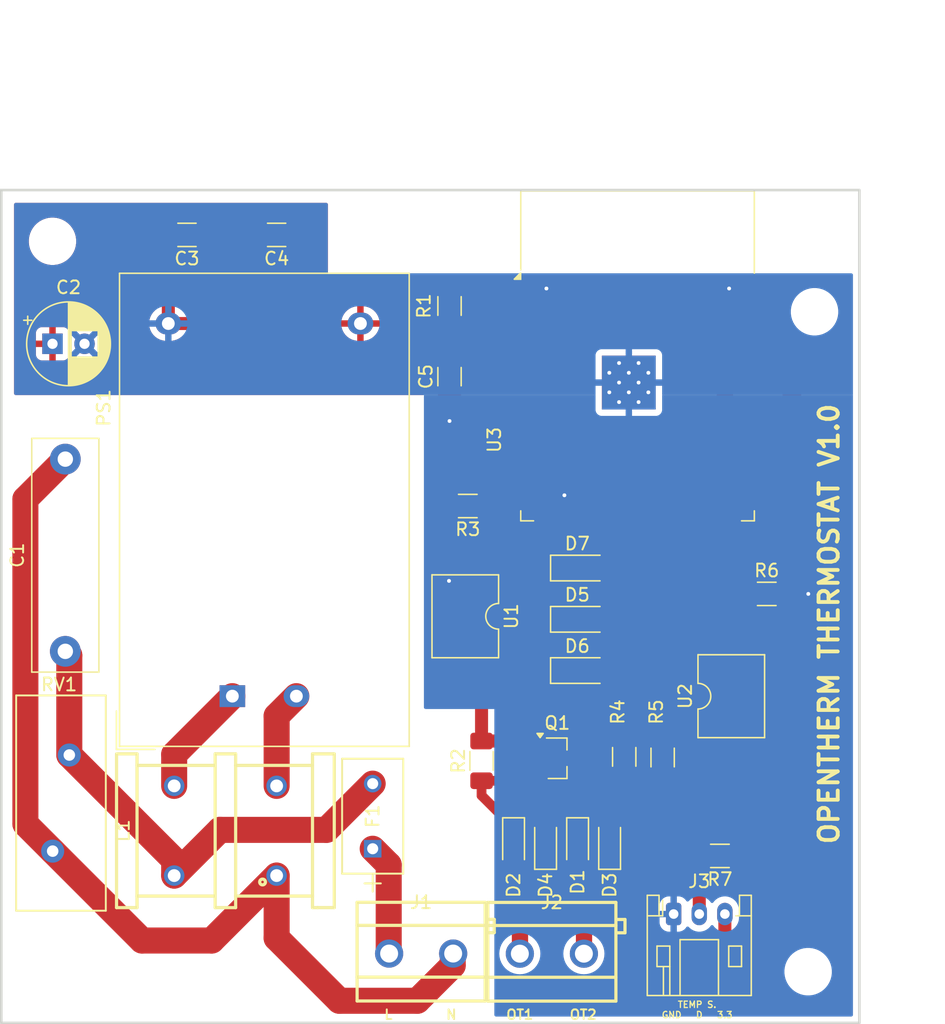
<source format=kicad_pcb>
(kicad_pcb (version 20240108) (generator "pcbnew") (generator_version "8.0")
  (layers (0 "F.Cu" signal) (31 "B.Cu" signal) (34 "B.Paste" user) (35 "F.Paste" user) (36 "B.SilkS" user "B.Silkscreen") (37 "F.SilkS" user "F.Silkscreen") (38 "B.Mask" user) (39 "F.Mask" user) (44 "Edge.Cuts" user))
  (net 0 "")
  (net 1 "NEUT")
  (net 2 "Net-(C1-Pad1)")
  (net 3 "+3.3V")
  (net 4 "GND")
  (net 5 "Net-(U3-EN)")
  (net 6 "Net-(D1-K)")
  (net 7 "OT2")
  (net 8 "OT1")
  (net 9 "Net-(D3-A)")
  (net 10 "Net-(D5-K)")
  (net 11 "Net-(D6-K)")
  (net 12 "Net-(D7-K)")
  (net 13 "LINE")
  (net 14 "Net-(PS1-AC{slash}N)")
  (net 15 "Net-(PS1-AC{slash}L)")
  (net 16 "Net-(R3-Pad1)")
  (net 17 "Net-(R4-Pad2)")
  (net 48 "TEMP")
  (net 49 "OT OUT")
  (net 50 "OT IN")
  (footprint "Capacitor_THT:C_Rect_L18.0mm_W5.0mm_P15.00mm_FKS3_FKP3" (layer "F.Cu") (at 83 85 90)
    (property "Reference" "C1" (at 7.5 -3.75 90) (layer "F.SilkS"))
    (property "Value" "100nF" (hide yes))
    (pad "1" thru_hole circle (at 0 0 90) (size 2.4 2.4) (drill 1.2) (layers "*.Cu" "*.Mask") (net 2 "Net-(C1-Pad1)"))
    (pad "2" thru_hole circle (at 15 0 90) (size 2.4 2.4) (drill 1.2) (layers "*.Cu" "*.Mask") (net 1 "NEUT"))
  )
  (footprint "Diode_SMD:D_SOD-123F" (layer "F.Cu") (at 123.1 86.5)
    (property "Reference" "D6" (at -0.127 -1.905 0) (layer "F.SilkS"))
    (property "Value" "15V" (hide yes))
    (pad "1" smd roundrect (at -1.4 0) (size 1.1 1.1) (layers "F.Cu" "F.Paste" "F.Mask") (roundrect_rratio 0.2272727273) (net 11 "Net-(D6-K)"))
    (pad "2" smd roundrect (at 1.4 0) (size 1.1 1.1) (layers "F.Cu" "F.Paste" "F.Mask") (roundrect_rratio 0.2272727273) (net 9 "Net-(D3-A)"))
  )
  (footprint "Converter_ACDC:Converter_ACDC_Hi-Link_HLK-PMxx" (layer "F.Cu") (at 96.0425 88.4975 90)
    (property "Reference" "PS1" (at 22.4975 -10.0425 90) (layer "F.SilkS"))
    (property "Value" "HLK-PM03" (hide yes))
    (pad "1" thru_hole rect (at 0 0 90) (size 1.7 2) (drill 1) (layers "*.Cu" "*.Mask") (net 15 "Net-(PS1-AC{slash}L)"))
    (pad "2" thru_hole oval (at 0 5 90) (size 1.7 2) (drill 1) (layers "*.Cu" "*.Mask") (net 14 "Net-(PS1-AC{slash}N)"))
    (pad "3" thru_hole oval (at 29.08 -5 90) (size 1.7 2) (drill 1) (layers "*.Cu" "*.Mask") (net 4 "GND"))
    (pad "4" thru_hole oval (at 29.08 10 90) (size 1.7 2) (drill 1) (layers "*.Cu" "*.Mask") (net 3 "+3.3V"))
  )
  (footprint "Capacitor_SMD:C_1206_3216Metric_Pad1.33x1.80mm_HandSolder" (layer "F.Cu") (at 99.5 52.5 180)
    (property "Reference" "C4" (at 0 -1.85 0) (layer "F.SilkS"))
    (property "Value" "100nF" (hide yes))
    (pad "1" smd roundrect (at -1.5625 0 180) (size 1.325 1.8) (layers "F.Cu" "F.Paste" "F.Mask") (roundrect_rratio 0.188679) (net 3 "+3.3V"))
    (pad "2" smd roundrect (at 1.5625 0 180) (size 1.325 1.8) (layers "F.Cu" "F.Paste" "F.Mask") (roundrect_rratio 0.188679) (net 4 "GND"))
  )
  (footprint "my_lib:FUS_CB_SS-5" (layer "F.Cu") (at 107 100.405 90)
    (property "Reference" "F1" (at 2.54 0 90) (layer "F.SilkS"))
    (property "Value" "SS-5-1A-BK" (hide yes))
    (pad "1" thru_hole rect (at 0 0 90) (size 1.3716 1.3716) (drill 0.8636) (layers "*.Cu" "*.Mask") (net 13 "LINE"))
    (pad "2" thru_hole circle (at 5.08 0 90) (size 1.3716 1.3716) (drill 0.8636) (layers "*.Cu" "*.Mask") (net 2 "Net-(C1-Pad1)"))
  )
  (footprint "Diode_SMD:D_SOD-323_HandSoldering" (layer "F.Cu") (at 118 100 -90)
    (property "Reference" "D2" (at 3.25 0 90) (layer "F.SilkS"))
    (property "Value" "1N4148WS" (hide yes))
    (pad "1" smd roundrect (at -1.25 0 270) (size 1 1) (layers "F.Cu" "F.Paste" "F.Mask") (net 6 "Net-(D1-K)"))
    (pad "2" smd roundrect (at 1.25 0 270) (size 1 1) (layers "F.Cu" "F.Paste" "F.Mask") (net 8 "OT1"))
  )
  (footprint "Diode_SMD:D_SOD-123F" (layer "F.Cu") (at 123.1 78.5)
    (property "Reference" "D7" (at -0.127 -1.905 0) (layer "F.SilkS"))
    (property "Value" "4.3V" (hide yes))
    (pad "1" smd roundrect (at -1.4 0) (size 1.1 1.1) (layers "F.Cu" "F.Paste" "F.Mask") (roundrect_rratio 0.2272727273) (net 12 "Net-(D7-K)"))
    (pad "2" smd roundrect (at 1.4 0) (size 1.1 1.1) (layers "F.Cu" "F.Paste" "F.Mask") (roundrect_rratio 0.2272727273) (net 9 "Net-(D3-A)"))
  )
  (footprint "MountingHole:MountingHole_3.2mm_M3_DIN965" (layer "F.Cu") (at 141.5 58.5)
    (property "Reference" "H2" (hide yes))
    (property "Value" "MountingHole" (hide yes))
    (pad "" np_thru_hole circle (at 0 0) (size 3.2 3.2) (drill 3.2) (layers "*.Cu" "*.Mask"))
  )
  (footprint "Diode_SMD:D_SOD-123F" (layer "F.Cu") (at 123.1 82.5)
    (property "Reference" "D5" (at -0.127 -1.905 0) (layer "F.SilkS"))
    (property "Value" "4.7V" (hide yes))
    (pad "1" smd roundrect (at -1.4 0) (size 1.1 1.1) (layers "F.Cu" "F.Paste" "F.Mask") (roundrect_rratio 0.2272727273) (net 10 "Net-(D5-K)"))
    (pad "2" smd roundrect (at 1.4 0) (size 1.1 1.1) (layers "F.Cu" "F.Paste" "F.Mask") (roundrect_rratio 0.2272727273) (net 9 "Net-(D3-A)"))
  )
  (footprint "Capacitor_SMD:C_1206_3216Metric_Pad1.33x1.80mm_HandSolder" (layer "F.Cu") (at 92.5 52.5 180)
    (property "Reference" "C3" (at 0 -1.85 0) (layer "F.SilkS"))
    (property "Value" "10uF" (hide yes))
    (pad "1" smd roundrect (at -1.5625 0 180) (size 1.325 1.8) (layers "F.Cu" "F.Paste" "F.Mask") (roundrect_rratio 0.188679) (net 3 "+3.3V"))
    (pad "2" smd roundrect (at 1.5625 0 180) (size 1.325 1.8) (layers "F.Cu" "F.Paste" "F.Mask") (roundrect_rratio 0.188679) (net 4 "GND"))
  )
  (footprint "Package_DIP:SMDIP-4_W9.53mm" (layer "F.Cu") (at 114.23 82.265 -90)
    (property "Reference" "U1" (at 0 -3.6 90) (layer "F.SilkS"))
    (property "Value" "LTV-817S" (hide yes))
    (pad "1" smd rect (at -4.765 -1.27 270) (size 2 1.78) (layers "F.Cu" "F.Paste" "F.Mask") (net 16 "Net-(R3-Pad1)"))
    (pad "2" smd rect (at -4.765 1.27 270) (size 2 1.78) (layers "F.Cu" "F.Paste" "F.Mask") (net 4 "GND"))
    (pad "3" smd rect (at 4.765 1.27 270) (size 2 1.78) (layers "F.Cu" "F.Paste" "F.Mask") (net 12 "Net-(D7-K)"))
    (pad "4" smd rect (at 4.765 -1.27 270) (size 2 1.78) (layers "F.Cu" "F.Paste" "F.Mask") (net 11 "Net-(D6-K)"))
  )
  (footprint "my_lib:CONN-TH_P5.00_KF301-5.0-2P" (layer "F.Cu") (at 120.991 108.595)
    (property "Reference" "J2" (at 0 -4 0) (layer "F.SilkS"))
    (property "Value" "KF301-5.0-2P")
    (pad "1" thru_hole circle (at -2.5 0) (size 2.2 2.2) (drill 1.399997) (layers "*.Cu" "*.Mask") (net 8 "OT1"))
    (pad "2" thru_hole circle (at 2.5 0) (size 2.2 2.2) (drill 1.399997) (layers "*.Cu" "*.Mask") (net 7 "OT2"))
  )
  (footprint "Package_DIP:SMDIP-4_W9.53mm" (layer "F.Cu") (at 135 88.5 90)
    (property "Reference" "U2" (at 0 -3.6 90) (layer "F.SilkS"))
    (property "Value" "LTV-817S" (hide yes))
    (pad "1" smd rect (at -4.765 -1.27 90) (size 2 1.78) (layers "F.Cu" "F.Paste" "F.Mask") (net 17 "Net-(R4-Pad2)"))
    (pad "2" smd rect (at -4.765 1.27 90) (size 2 1.78) (layers "F.Cu" "F.Paste" "F.Mask") (net 9 "Net-(D3-A)"))
    (pad "3" smd rect (at 4.765 1.27 90) (size 2 1.78) (layers "F.Cu" "F.Paste" "F.Mask") (net 50 "OT IN"))
    (pad "4" smd rect (at 4.765 -1.27 90) (size 2 1.78) (layers "F.Cu" "F.Paste" "F.Mask") (net 3 "+3.3V"))
  )
  (footprint "Varistor:RV_Disc_D16.5mm_W6.7mm_P7.5mm" (layer "F.Cu") (at 83.312 93.091 -90)
    (property "Reference" "RV1" (at -5.5 0.8 0) (layer "F.SilkS"))
    (property "Value" "470V" (hide yes))
    (pad "1" thru_hole circle (at 0 0 270) (size 1.8 1.8) (drill 0.9) (layers "*.Cu" "*.Mask") (net 2 "Net-(C1-Pad1)"))
    (pad "2" thru_hole circle (at 7.5 1.3 270) (size 1.8 1.8) (drill 0.9) (layers "*.Cu" "*.Mask") (net 1 "NEUT"))
  )
  (footprint "my_lib:CONN-TH_P5.00_KF301-5.0-2P" (layer "F.Cu") (at 110.784 108.585)
    (property "Reference" "J1" (at 0 -4 0) (layer "F.SilkS"))
    (property "Value" "KF301-5.0-2P")
    (pad "1" thru_hole circle (at -2.5 0) (size 2.2 2.2) (drill 1.399997) (layers "*.Cu" "*.Mask") (net 13 "LINE"))
    (pad "2" thru_hole circle (at 2.5 0) (size 2.2 2.2) (drill 1.399997) (layers "*.Cu" "*.Mask") (net 1 "NEUT"))
  )
  (footprint "Resistor_SMD:R_1206_3216Metric_Pad1.30x1.75mm_HandSolder" (layer "F.Cu") (at 126.64 93.235 -90)
    (property "Reference" "R4" (at -3.5 0.5 90) (layer "F.SilkS"))
    (property "Value" "220" (hide yes))
    (pad "1" smd roundrect (at -1.55 0 270) (size 1.3 1.75) (layers "F.Cu" "F.Paste" "F.Mask") (roundrect_rratio 0.192308) (net 10 "Net-(D5-K)"))
    (pad "2" smd roundrect (at 1.55 0 270) (size 1.3 1.75) (layers "F.Cu" "F.Paste" "F.Mask") (roundrect_rratio 0.192308) (net 17 "Net-(R4-Pad2)"))
  )
  (footprint "MountingHole:MountingHole_3.2mm_M3_DIN965" (layer "F.Cu") (at 82 110)
    (property "Reference" "H1" (hide yes))
    (property "Value" "MountingHole" (hide yes))
    (pad "" np_thru_hole circle (at 0 0) (size 3.2 3.2) (drill 3.2) (layers "*.Cu" "*.Mask"))
  )
  (footprint "RF_Module:ESP32-WROOM-32" (layer "F.Cu") (at 127.68 64.935)
    (property "Reference" "U3" (at -11.18 3.565 90) (layer "F.SilkS"))
    (property "Value" "ESP32-WROOM-32" (hide yes))
    (pad "1" smd rect (at -8.75 -8.25) (size 1.5 0.9) (layers "F.Cu" "F.Paste" "F.Mask") (net 4 "GND"))
    (pad "2" smd rect (at -8.75 -6.98) (size 1.5 0.9) (layers "F.Cu" "F.Paste" "F.Mask") (net 3 "+3.3V"))
    (pad "3" smd rect (at -8.75 -5.71) (size 1.5 0.9) (layers "F.Cu" "F.Paste" "F.Mask") (net 5 "Net-(U3-EN)"))
    (pad "4" smd rect (at -8.75 -4.44) (size 1.5 0.9) (layers "F.Cu" "F.Paste" "F.Mask"))
    (pad "5" smd rect (at -8.75 -3.17) (size 1.5 0.9) (layers "F.Cu" "F.Paste" "F.Mask"))
    (pad "6" smd rect (at -8.75 -1.9) (size 1.5 0.9) (layers "F.Cu" "F.Paste" "F.Mask"))
    (pad "7" smd rect (at -8.75 -0.63) (size 1.5 0.9) (layers "F.Cu" "F.Paste" "F.Mask"))
    (pad "8" smd rect (at -8.75 0.64) (size 1.5 0.9) (layers "F.Cu" "F.Paste" "F.Mask"))
    (pad "9" smd rect (at -8.75 1.91) (size 1.5 0.9) (layers "F.Cu" "F.Paste" "F.Mask"))
    (pad "10" smd rect (at -8.75 3.18) (size 1.5 0.9) (layers "F.Cu" "F.Paste" "F.Mask"))
    (pad "11" smd rect (at -8.75 4.45) (size 1.5 0.9) (layers "F.Cu" "F.Paste" "F.Mask") (net 49 "OT OUT"))
    (pad "12" smd rect (at -8.75 5.72) (size 1.5 0.9) (layers "F.Cu" "F.Paste" "F.Mask"))
    (pad "13" smd rect (at -8.75 6.99) (size 1.5 0.9) (layers "F.Cu" "F.Paste" "F.Mask"))
    (pad "14" smd rect (at -8.75 8.26) (size 1.5 0.9) (layers "F.Cu" "F.Paste" "F.Mask"))
    (pad "15" smd rect (at -5.71 9.51 90) (size 1.5 0.9) (layers "F.Cu" "F.Paste" "F.Mask") (net 4 "GND"))
    (pad "16" smd rect (at -4.44 9.51 90) (size 1.5 0.9) (layers "F.Cu" "F.Paste" "F.Mask"))
    (pad "17" smd rect (at -3.17 9.51 90) (size 1.5 0.9) (layers "F.Cu" "F.Paste" "F.Mask"))
    (pad "18" smd rect (at -1.9 9.51 90) (size 1.5 0.9) (layers "F.Cu" "F.Paste" "F.Mask"))
    (pad "19" smd rect (at -0.63 9.51 90) (size 1.5 0.9) (layers "F.Cu" "F.Paste" "F.Mask"))
    (pad "20" smd rect (at 0.64 9.51 90) (size 1.5 0.9) (layers "F.Cu" "F.Paste" "F.Mask"))
    (pad "21" smd rect (at 1.91 9.51 90) (size 1.5 0.9) (layers "F.Cu" "F.Paste" "F.Mask"))
    (pad "22" smd rect (at 3.18 9.51 90) (size 1.5 0.9) (layers "F.Cu" "F.Paste" "F.Mask"))
    (pad "23" smd rect (at 4.45 9.51 90) (size 1.5 0.9) (layers "F.Cu" "F.Paste" "F.Mask"))
    (pad "24" smd rect (at 5.72 9.51 90) (size 1.5 0.9) (layers "F.Cu" "F.Paste" "F.Mask"))
    (pad "25" smd rect (at 8.75 8.26) (size 1.5 0.9) (layers "F.Cu" "F.Paste" "F.Mask"))
    (pad "26" smd rect (at 8.75 6.99) (size 1.5 0.9) (layers "F.Cu" "F.Paste" "F.Mask"))
    (pad "27" smd rect (at 8.75 5.72) (size 1.5 0.9) (layers "F.Cu" "F.Paste" "F.Mask"))
    (pad "28" smd rect (at 8.75 4.45) (size 1.5 0.9) (layers "F.Cu" "F.Paste" "F.Mask"))
    (pad "29" smd rect (at 8.75 3.18) (size 1.5 0.9) (layers "F.Cu" "F.Paste" "F.Mask"))
    (pad "30" smd rect (at 8.75 1.91) (size 1.5 0.9) (layers "F.Cu" "F.Paste" "F.Mask") (net 50 "OT IN"))
    (pad "31" smd rect (at 8.75 0.64) (size 1.5 0.9) (layers "F.Cu" "F.Paste" "F.Mask"))
    (pad "32" smd rect (at 8.75 -0.63) (size 1.5 0.9) (layers "F.Cu" "F.Paste" "F.Mask"))
    (pad "33" smd rect (at 8.75 -1.9) (size 1.5 0.9) (layers "F.Cu" "F.Paste" "F.Mask") (net 48 "TEMP"))
    (pad "34" smd rect (at 8.75 -3.17) (size 1.5 0.9) (layers "F.Cu" "F.Paste" "F.Mask"))
    (pad "35" smd rect (at 8.75 -4.44) (size 1.5 0.9) (layers "F.Cu" "F.Paste" "F.Mask"))
    (pad "36" smd rect (at 8.75 -5.71) (size 1.5 0.9) (layers "F.Cu" "F.Paste" "F.Mask"))
    (pad "37" smd rect (at 8.75 -6.98) (size 1.5 0.9) (layers "F.Cu" "F.Paste" "F.Mask"))
    (pad "38" smd rect (at 8.75 -8.25) (size 1.5 0.9) (layers "F.Cu" "F.Paste" "F.Mask") (net 4 "GND"))
    (pad "39" smd rect (at -2.205 -2.435) (size 1.05 1.05) (layers "*.Paste" "F.Cu") (net 4 "GND"))
    (pad "39" thru_hole circle (at -2.205 -1.6725) (size 0.6 0.6) (drill 0.3) (property pad_prop_heatsink) (layers "*.Cu" "*.Mask") (net 4 "GND"))
    (pad "39" smd rect (at -2.205 -0.91) (size 1.05 1.05) (layers "*.Paste" "F.Cu") (net 4 "GND"))
    (pad "39" thru_hole circle (at -2.205 -0.1475) (size 0.6 0.6) (drill 0.3) (property pad_prop_heatsink) (layers "*.Cu" "*.Mask") (net 4 "GND"))
    (pad "39" smd rect (at -2.205 0.615) (size 1.05 1.05) (layers "*.Paste" "F.Cu") (net 4 "GND"))
    (pad "39" thru_hole circle (at -1.4425 -2.435) (size 0.6 0.6) (drill 0.3) (property pad_prop_heatsink) (layers "*.Cu" "F.Mask") (net 4 "GND"))
    (pad "39" thru_hole circle (at -1.4425 -0.91) (size 0.6 0.6) (drill 0.3) (property pad_prop_heatsink) (layers "*.Cu" "*.Mask") (net 4 "GND"))
    (pad "39" thru_hole circle (at -1.4425 0.615) (size 0.6 0.6) (drill 0.3) (property pad_prop_heatsink) (layers "*.Cu" "*.Mask") (net 4 "GND"))
    (pad "39" smd rect (at -0.68 -2.435) (size 1.05 1.05) (layers "*.Paste" "F.Cu") (net 4 "GND"))
    (pad "39" thru_hole circle (at -0.68 -1.6725) (size 0.6 0.6) (drill 0.3) (property pad_prop_heatsink) (layers "*.Cu" "*.Mask") (net 4 "GND"))
    (pad "39" smd rect (at -0.68 -0.91) (size 1.05 1.05) (layers "*.Paste" "F.Cu") (net 4 "GND"))
    (pad "39" smd rect (at -0.68 -0.91) (size 4.2 4.2) (layers "*.Mask" "F.Cu") (net 4 "GND"))
    (pad "39" smd rect (at -0.68 -0.91) (size 4.2 4.2) (layers "*.Mask" "B.Cu") (net 4 "GND"))
    (pad "39" thru_hole circle (at -0.68 -0.1475) (size 0.6 0.6) (drill 0.3) (property pad_prop_heatsink) (layers "*.Cu" "*.Mask") (net 4 "GND"))
    (pad "39" smd rect (at -0.68 0.615) (size 1.05 1.05) (layers "*.Paste" "F.Cu") (net 4 "GND"))
    (pad "39" thru_hole circle (at 0.0825 -2.435) (size 0.6 0.6) (drill 0.3) (property pad_prop_heatsink) (layers "*.Cu" "*.Mask") (net 4 "GND"))
    (pad "39" thru_hole circle (at 0.0825 -0.91) (size 0.6 0.6) (drill 0.3) (property pad_prop_heatsink) (layers "*.Cu" "*.Mask") (net 4 "GND"))
    (pad "39" thru_hole circle (at 0.0825 0.615) (size 0.6 0.6) (drill 0.3) (property pad_prop_heatsink) (layers "*.Cu" "*.Mask") (net 4 "GND"))
    (pad "39" smd rect (at 0.845 -2.435) (size 1.05 1.05) (layers "*.Paste" "F.Cu") (net 4 "GND"))
    (pad "39" thru_hole circle (at 0.845 -1.6725) (size 0.6 0.6) (drill 0.3) (property pad_prop_heatsink) (layers "*.Cu" "*.Mask") (net 4 "GND"))
    (pad "39" smd rect (at 0.845 -0.91) (size 1.05 1.05) (layers "*.Paste" "F.Cu") (net 4 "GND"))
    (pad "39" thru_hole circle (at 0.845 -0.1475) (size 0.6 0.6) (drill 0.3) (property pad_prop_heatsink) (layers "*.Cu" "*.Mask") (net 4 "GND"))
    (pad "39" smd rect (at 0.845 0.615) (size 1.05 1.05) (layers "*.Paste" "F.Cu") (net 4 "GND"))
    (zone (net 0) (net_name "") (layers "F.Cu" "In1.Cu" "B.Cu") (connect_pads (clearance 0)) (min_thickness 0.254)
      (keepout (tracks not_allowed) (vias not_allowed) (pads not_allowed) (copperpour not_allowed) (footprints not_allowed))
      (fill (thermal_gap 0.508) (thermal_bridge_width 0.508))
      (polygon (pts (xy 103.68 55.135) (xy 151.68 55.135) (xy 151.68 34.195) (xy 103.68 34.195)))
    )
  )
  (footprint "MountingHole:MountingHole_3.2mm_M3_DIN965" (layer "F.Cu") (at 141 110)
    (property "Reference" "H3" (hide yes))
    (property "Value" "MountingHole" (hide yes))
    (pad "" np_thru_hole circle (at 0 0) (size 3.2 3.2) (drill 3.2) (layers "*.Cu" "*.Mask"))
  )
  (footprint "Connector_JST:JST_PH_S3B-PH-K_1x03_P2.00mm_Horizontal" (layer "F.Cu") (at 130.5 105.5)
    (property "Reference" "J3" (at 2 -2.55 0) (layer "F.SilkS"))
    (property "Value" "TEMP S.")
    (pad "1" thru_hole roundrect (at 0 0) (size 1.2 1.75) (drill 0.75) (layers "*.Cu" "*.Mask") (roundrect_rratio 0.208333) (net 4 "GND"))
    (pad "2" thru_hole oval (at 2 0) (size 1.2 1.75) (drill 0.75) (layers "*.Cu" "*.Mask") (net 48 "TEMP"))
    (pad "3" thru_hole oval (at 4 0) (size 1.2 1.75) (drill 0.75) (layers "*.Cu" "*.Mask") (net 3 "+3.3V"))
  )
  (footprint "Diode_SMD:D_SOD-323_HandSoldering" (layer "F.Cu") (at 120.5 100 90)
    (property "Reference" "D4" (at -3.25 0 90) (layer "F.SilkS"))
    (property "Value" "1N4148WS" (hide yes))
    (pad "1" smd roundrect (at -1.25 0 90) (size 1 1) (layers "F.Cu" "F.Paste" "F.Mask") (net 8 "OT1"))
    (pad "2" smd roundrect (at 1.25 0 90) (size 1 1) (layers "F.Cu" "F.Paste" "F.Mask") (net 9 "Net-(D3-A)"))
  )
  (footprint "Resistor_SMD:R_1206_3216Metric_Pad1.30x1.75mm_HandSolder" (layer "F.Cu") (at 114.427 73.66 180)
    (property "Reference" "R3" (at 0 -1.82 0) (layer "F.SilkS"))
    (property "Value" "330" (hide yes))
    (pad "1" smd roundrect (at -1.55 0 180) (size 1.3 1.75) (layers "F.Cu" "F.Paste" "F.Mask") (roundrect_rratio 0.192308) (net 16 "Net-(R3-Pad1)"))
    (pad "2" smd roundrect (at 1.55 0 180) (size 1.3 1.75) (layers "F.Cu" "F.Paste" "F.Mask") (roundrect_rratio 0.192308) (net 49 "OT OUT"))
  )
  (footprint "Resistor_SMD:R_1206_3216Metric_Pad1.30x1.75mm_HandSolder" (layer "F.Cu") (at 137.769 80.518)
    (property "Reference" "R6" (at 0 -1.82 0) (layer "F.SilkS"))
    (property "Value" "1.5k" (hide yes))
    (pad "1" smd roundrect (at -1.55 0) (size 1.3 1.75) (layers "F.Cu" "F.Paste" "F.Mask") (roundrect_rratio 0.192308) (net 50 "OT IN"))
    (pad "2" smd roundrect (at 1.55 0) (size 1.3 1.75) (layers "F.Cu" "F.Paste" "F.Mask") (roundrect_rratio 0.192308) (net 4 "GND"))
  )
  (footprint "Package_TO_SOT_SMD:SOT-23_Handsoldering" (layer "F.Cu") (at 121.412 93.345)
    (property "Reference" "Q1" (at 0 -2.75 0) (layer "F.SilkS"))
    (property "Value" "BC858")
    (pad "1" smd roundrect (at -1.5 -0.95) (size 1.9 0.8) (layers "F.Cu" "F.Paste" "F.Mask") (net 11 "Net-(D6-K)"))
    (pad "2" smd roundrect (at -1.5 0.95) (size 1.9 0.8) (layers "F.Cu" "F.Paste" "F.Mask") (net 6 "Net-(D1-K)"))
    (pad "3" smd roundrect (at 1.5 0) (size 1.9 0.8) (layers "F.Cu" "F.Paste" "F.Mask") (net 10 "Net-(D5-K)"))
  )
  (footprint "Resistor_SMD:R_1206_3216Metric_Pad1.30x1.75mm_HandSolder" (layer "F.Cu") (at 129.64 93.285 90)
    (property "Reference" "R5" (at 3.55 -0.5 90) (layer "F.SilkS"))
    (property "Value" "100" (hide yes))
    (pad "1" smd roundrect (at -1.55 0 90) (size 1.3 1.75) (layers "F.Cu" "F.Paste" "F.Mask") (roundrect_rratio 0.192308) (net 17 "Net-(R4-Pad2)"))
    (pad "2" smd roundrect (at 1.55 0 90) (size 1.3 1.75) (layers "F.Cu" "F.Paste" "F.Mask") (roundrect_rratio 0.192308) (net 9 "Net-(D3-A)"))
  )
  (footprint "Diode_SMD:D_SOD-323_HandSoldering" (layer "F.Cu") (at 123 100 -90)
    (property "Reference" "D1" (at 3 0 90) (layer "F.SilkS"))
    (property "Value" "1N4148WS" (hide yes))
    (pad "1" smd roundrect (at -1.25 0 270) (size 1 1) (layers "F.Cu" "F.Paste" "F.Mask") (net 6 "Net-(D1-K)"))
    (pad "2" smd roundrect (at 1.25 0 270) (size 1 1) (layers "F.Cu" "F.Paste" "F.Mask") (net 7 "OT2"))
  )
  (footprint "Resistor_SMD:R_1206_3216Metric_Pad1.30x1.75mm_HandSolder" (layer "F.Cu") (at 134.112 100.965 180)
    (property "Reference" "R7" (at 0 -1.82 0) (layer "F.SilkS"))
    (property "Value" "4.7k")
    (pad "1" smd roundrect (at -1.55 0 180) (size 1.3 1.75) (layers "F.Cu" "F.Paste" "F.Mask") (roundrect_rratio 0.192308) (net 3 "+3.3V"))
    (pad "2" smd roundrect (at 1.55 0 180) (size 1.3 1.75) (layers "F.Cu" "F.Paste" "F.Mask") (roundrect_rratio 0.192308) (net 48 "TEMP"))
  )
  (footprint "my_lib:FILTER-TH_4P-L17.0-W12.0-P7.00-D0.6-S8.00-1" (layer "F.Cu") (at 95.5 99 90)
    (property "Reference" "L1" (at 0 -8 90) (layer "F.SilkS"))
    (property "Value" "PDUUAT98-203MLN")
    (pad "1" thru_hole circle (at -3.5 4 90) (size 1.6 1.6) (drill 0.999998) (layers "*.Cu" "*.Mask") (net 1 "NEUT"))
    (pad "2" thru_hole circle (at -3.5 -4 90) (size 1.6 1.6) (drill 0.999998) (layers "*.Cu" "*.Mask") (net 2 "Net-(C1-Pad1)"))
    (pad "3" thru_hole circle (at 3.5 -4 90) (size 1.6 1.6) (drill 0.999998) (layers "*.Cu" "*.Mask") (net 15 "Net-(PS1-AC{slash}L)"))
    (pad "4" thru_hole circle (at 3.5 4 90) (size 1.6 1.6) (drill 0.999998) (layers "*.Cu" "*.Mask") (net 14 "Net-(PS1-AC{slash}N)"))
  )
  (footprint "MountingHole:MountingHole_3.2mm_M3_DIN965" (layer "F.Cu") (at 82 53)
    (property "Reference" "H4" (hide yes))
    (property "Value" "MountingHole" (hide yes))
    (pad "" np_thru_hole circle (at 0 0) (size 3.2 3.2) (drill 3.2) (layers "*.Cu" "*.Mask"))
  )
  (footprint "Capacitor_THT:CP_Radial_D6.3mm_P2.50mm" (layer "F.Cu") (at 82 61)
    (property "Reference" "C2" (at 1.25 -4.4 0) (layer "F.SilkS"))
    (property "Value" "220uF" (hide yes))
    (pad "1" thru_hole rect (at 0 0) (size 1.6 1.6) (drill 0.8) (layers "*.Cu" "*.Mask") (net 3 "+3.3V"))
    (pad "2" thru_hole circle (at 2.5 0) (size 1.6 1.6) (drill 0.8) (layers "*.Cu" "*.Mask") (net 4 "GND"))
  )
  (footprint "Resistor_SMD:R_1206_3216Metric_Pad1.30x1.75mm_HandSolder" (layer "F.Cu") (at 115.5 93.55 90)
    (property "Reference" "R2" (at 0 -1.82 90) (layer "F.SilkS"))
    (property "Value" "330" (hide yes))
    (pad "1" smd roundrect (at -1.55 0 90) (size 1.3 1.75) (layers "F.Cu" "F.Paste" "F.Mask") (roundrect_rratio 0.192308) (net 6 "Net-(D1-K)"))
    (pad "2" smd roundrect (at 1.55 0 90) (size 1.3 1.75) (layers "F.Cu" "F.Paste" "F.Mask") (roundrect_rratio 0.192308) (net 11 "Net-(D6-K)"))
  )
  (footprint "Capacitor_SMD:C_1206_3216Metric_Pad1.33x1.80mm_HandSolder" (layer "F.Cu") (at 113 63.5625 90)
    (property "Reference" "C5" (at 0 -1.85 90) (layer "F.SilkS"))
    (property "Value" "1uF" (hide yes))
    (pad "1" smd roundrect (at -1.5625 0 90) (size 1.325 1.8) (layers "F.Cu" "F.Paste" "F.Mask") (roundrect_rratio 0.188679) (net 4 "GND"))
    (pad "2" smd roundrect (at 1.5625 0 90) (size 1.325 1.8) (layers "F.Cu" "F.Paste" "F.Mask") (roundrect_rratio 0.188679) (net 5 "Net-(U3-EN)"))
  )
  (footprint "Diode_SMD:D_SOD-323_HandSoldering" (layer "F.Cu") (at 125.5 100 90)
    (property "Reference" "D3" (at -3.25 0 90) (layer "F.SilkS"))
    (property "Value" "1N4148WS" (hide yes))
    (pad "1" smd roundrect (at -1.25 0 90) (size 1 1) (layers "F.Cu" "F.Paste" "F.Mask") (net 7 "OT2"))
    (pad "2" smd roundrect (at 1.25 0 90) (size 1 1) (layers "F.Cu" "F.Paste" "F.Mask") (net 9 "Net-(D3-A)"))
  )
  (footprint "Resistor_SMD:R_1206_3216Metric_Pad1.30x1.75mm_HandSolder" (layer "F.Cu") (at 113 58.05 -90)
    (property "Reference" "R1" (at 0 2 90) (layer "F.SilkS"))
    (property "Value" "10k" (hide yes))
    (pad "1" smd roundrect (at -1.55 0 270) (size 1.3 1.75) (layers "F.Cu" "F.Paste" "F.Mask") (roundrect_rratio 0.192308) (net 3 "+3.3V"))
    (pad "2" smd roundrect (at 1.55 0 270) (size 1.3 1.75) (layers "F.Cu" "F.Paste" "F.Mask") (roundrect_rratio 0.192308) (net 5 "Net-(U3-EN)"))
  )
  (gr_rect (start 78 49) (end 145 114) (stroke (width 0.2)) (fill none) (layer "Edge.Cuts"))
  (gr_text "L" (at 107.823 113.792 0) (layer "F.SilkS") (effects (font (size 0.75 0.75) (thickness 0.15) (bold yes)) (justify left bottom)))
  (gr_text "OT2" (at 122.301 113.792 0) (layer "F.SilkS") (effects (font (size 0.75 0.75) (thickness 0.15) (bold yes)) (justify left bottom)))
  (gr_text "OT1" (at 117.348 113.792 0) (layer "F.SilkS") (effects (font (size 0.75 0.75) (thickness 0.15) (bold yes)) (justify left bottom)))
  (gr_text "N" (at 112.649 113.792 0) (layer "F.SilkS") (effects (font (size 0.75 0.75) (thickness 0.15) (bold yes)) (justify left bottom)))
  (gr_text "OPENTHERM THERMOSTAT V1.0" (at 143.51 100.203 90) (layer "F.SilkS") (effects (font (size 1.5 1.5) (thickness 0.3) (bold yes)) (justify left bottom)))
  (gr_text "TEMP S.\nGND   D   3.3" (at 132.334 113.665 0) (layer "F.SilkS") (effects (font (size 0.5 0.5) (thickness 0.1) (bold yes)) (justify bottom)))
  (segment (start 113.25 109.508) (end 110.49 112.268) (width 2.032) (layer "F.Cu") (net 1))
  (segment (start 83 70) (end 79.883 73.117) (width 2.032) (layer "F.Cu") (net 1))
  (segment (start 88.99 107.569) (end 82.012 100.591) (width 2.032) (layer "F.Cu") (net 1))
  (segment (start 113.25 108.595) (end 113.25 109.508) (width 2.032) (layer "F.Cu") (net 1))
  (segment (start 104.394 112.268) (end 99.5 107.374) (width 2.032) (layer "F.Cu") (net 1))
  (segment (start 99.5 102.5) (end 94.431 107.569) (width 2.032) (layer "F.Cu") (net 1))
  (segment (start 94.431 107.569) (end 88.99 107.569) (width 2.032) (layer "F.Cu") (net 1))
  (segment (start 79.883 73.117) (end 79.883 98.462) (width 2.032) (layer "F.Cu") (net 1))
  (segment (start 110.49 112.268) (end 104.394 112.268) (width 2.032) (layer "F.Cu") (net 1))
  (segment (start 99.5 107.374) (end 99.5 102.5) (width 2.032) (layer "F.Cu") (net 1))
  (segment (start 79.883 98.462) (end 82.012 100.591) (width 2.032) (layer "F.Cu") (net 1))
  (segment (start 103.392 98.933) (end 95.067 98.933) (width 2.032) (layer "F.Cu") (net 2))
  (segment (start 95.067 98.933) (end 91.5 102.5) (width 2.032) (layer "F.Cu") (net 2))
  (segment (start 83.312 85.312) (end 83 85) (width 2.032) (layer "F.Cu") (net 2))
  (segment (start 91.5 102.5) (end 91.5 101.279) (width 2.032) (layer "F.Cu") (net 2))
  (segment (start 83.312 93.091) (end 83.312 85.312) (width 2.032) (layer "F.Cu") (net 2))
  (segment (start 107 95.325) (end 103.392 98.933) (width 2.032) (layer "F.Cu") (net 2))
  (segment (start 91.5 101.279) (end 83.312 93.091) (width 2.032) (layer "F.Cu") (net 2))
  (segment (start 133.73 85.343) (end 138.811 90.424) (width 1.016) (layer "F.Cu") (net 3))
  (segment (start 114.455 57.955) (end 118.93 57.955) (width 1.016) (layer "F.Cu") (net 3))
  (segment (start 135.662 100.965) (end 135.636 100.965) (width 1.016) (layer "F.Cu") (net 3))
  (segment (start 138.811 90.424) (end 138.811 98.239) (width 1.016) (layer "F.Cu") (net 3))
  (segment (start 138.811 98.239) (end 136.05 101) (width 1.016) (layer "F.Cu") (net 3))
  (segment (start 134.62 65.024) (end 134.62 77.597) (width 1.016) (layer "F.Cu") (net 3))
  (segment (start 113 56.5) (end 114.455 57.955) (width 1.016) (layer "F.Cu") (net 3))
  (segment (start 128.397 102.743256) (end 128.397 107.823) (width 1.016) (layer "F.Cu") (net 3))
  (segment (start 133.604 98.933) (end 132.207256 98.933) (width 1.016) (layer "F.Cu") (net 3))
  (segment (start 132.207256 98.933) (end 128.397 102.743256) (width 1.016) (layer "F.Cu") (net 3))
  (segment (start 135.636 100.965) (end 133.604 98.933) (width 1.016) (layer "F.Cu") (net 3))
  (segment (start 127.551 57.955) (end 134.62 65.024) (width 1.016) (layer "F.Cu") (net 3))
  (segment (start 134.5 107.181) (end 134.5 105.5) (width 1.016) (layer "F.Cu") (net 3))
  (segment (start 133.73 78.487) (end 133.73 83.735) (width 1.016) (layer "F.Cu") (net 3))
  (segment (start 133.73 83.735) (end 133.73 85.343) (width 1.016) (layer "F.Cu") (net 3))
  (segment (start 134.62 77.597) (end 133.73 78.487) (width 1.016) (layer "F.Cu") (net 3))
  (segment (start 118.93 57.955) (end 127.551 57.955) (width 1.016) (layer "F.Cu") (net 3))
  (segment (start 133.858 107.823) (end 134.5 107.181) (width 1.016) (layer "F.Cu") (net 3))
  (segment (start 128.397 107.823) (end 133.858 107.823) (width 1.016) (layer "F.Cu") (net 3))
  (segment (start 121.97 72.821) (end 121.97 74.445) (width 1.016) (layer "F.Cu") (net 4))
  (segment (start 96.0305 59.4175) (end 97.9375 57.5105) (width 1.016) (layer "F.Cu") (net 4))
  (segment (start 91.0425 59.4175) (end 96.0305 59.4175) (width 1.016) (layer "F.Cu") (net 4))
  (segment (start 139.605 80.518) (end 139.591 80.532) (width 1.016) (layer "F.Cu") (net 4))
  (segment (start 112.96 79.502) (end 112.96 77.5) (width 1.016) (layer "F.Cu") (net 4))
  (segment (start 113 67.026) (end 113 65.125) (width 1.016) (layer "F.Cu") (net 4))
  (segment (start 91.0425 52.605) (end 90.9375 52.5) (width 1.016) (layer "F.Cu") (net 4))
  (segment (start 90.9375 59.3125) (end 91.0425 59.4175) (width 0.2) (layer "F.Cu") (net 4))
  (segment (start 91.0425 59.4175) (end 91.0425 52.605) (width 1.016) (layer "F.Cu") (net 4))
  (segment (start 97.9375 57.5105) (end 97.9375 52.5) (width 1.016) (layer "F.Cu") (net 4))
  (segment (start 134.831 56.685) (end 136.43 56.685) (width 1.016) (layer "F.Cu") (net 4))
  (segment (start 141.013 80.518) (end 139.605 80.518) (width 1.016) (layer "F.Cu") (net 4))
  (segment (start 120.566 56.685) (end 118.93 56.685) (width 1.016) (layer "F.Cu") (net 4))
  (via (at 120.566 56.685) (size 0.6) (drill 0.3) (layers "F.Cu" "B.Cu") (net 4))
  (via (at 141.013 80.518) (size 0.6) (drill 0.3) (layers "F.Cu" "B.Cu") (net 4))
  (via (at 121.97 72.821) (size 0.6) (drill 0.3) (layers "F.Cu" "B.Cu") (net 4))
  (via (at 113 67.026) (size 0.6) (drill 0.3) (layers "F.Cu" "B.Cu") (net 4))
  (via (at 112.96 79.502) (size 0.6) (drill 0.3) (layers "F.Cu" "B.Cu") (net 4))
  (via (at 134.831 56.685) (size 0.6) (drill 0.3) (layers "F.Cu" "B.Cu") (net 4))
  (segment (start 113 62) (end 113 59.6) (width 1.016) (layer "F.Cu") (net 5))
  (segment (start 113 59.6) (end 113.375 59.225) (width 1.016) (layer "F.Cu") (net 5))
  (segment (start 113.375 59.225) (end 118.93 59.225) (width 1.016) (layer "F.Cu") (net 5))
  (segment (start 118 98.823) (end 119.211 100.034) (width 0.762) (layer "F.Cu") (net 6))
  (segment (start 118 98.75) (end 118 98.823) (width 0.762) (layer "F.Cu") (net 6))
  (segment (start 121.716 100.034) (end 123 98.75) (width 0.762) (layer "F.Cu") (net 6))
  (segment (start 115.5 95.1) (end 115.5 96.25) (width 0.762) (layer "F.Cu") (net 6))
  (segment (start 115.5 96.25) (end 118 98.75) (width 0.762) (layer "F.Cu") (net 6))
  (segment (start 119.107 95.1) (end 119.912 94.295) (width 0.762) (layer "F.Cu") (net 6))
  (segment (start 119.211 100.034) (end 121.716 100.034) (width 0.762) (layer "F.Cu") (net 6))
  (segment (start 115.5 95.1) (end 119.107 95.1) (width 0.762) (layer "F.Cu") (net 6))
  (segment (start 123.5 101.75) (end 123 101.25) (width 1.27) (layer "F.Cu") (net 7))
  (segment (start 123 101.25) (end 125.5 101.25) (width 1.27) (layer "F.Cu") (net 7))
  (segment (start 123.5 108.595) (end 123.5 101.75) (width 1.27) (layer "F.Cu") (net 7))
  (segment (start 118 101.25) (end 120.5 101.25) (width 1.27) (layer "F.Cu") (net 8))
  (segment (start 118.5 101.75) (end 118 101.25) (width 1.27) (layer "F.Cu") (net 8))
  (segment (start 118.5 108.595) (end 118.5 101.75) (width 1.27) (layer "F.Cu") (net 8))
  (segment (start 125.057 98.307) (end 125.5 98.75) (width 1.016) (layer "F.Cu") (net 9))
  (segment (start 125.057 93.891) (end 125.057 98.307) (width 1.016) (layer "F.Cu") (net 9))
  (segment (start 120.5 98.702) (end 121.668 97.534) (width 1.016) (layer "F.Cu") (net 9))
  (segment (start 129.64 91.735) (end 128.332 93.043) (width 1.016) (layer "F.Cu") (net 9))
  (segment (start 121.668 97.534) (end 124.284 97.534) (width 1.016) (layer "F.Cu") (net 9))
  (segment (start 124.5 82.5) (end 124.5 78.5) (width 1.016) (layer "F.Cu") (net 9))
  (segment (start 135.001 90.932) (end 136.27 92.201) (width 1.016) (layer "F.Cu") (net 9))
  (segment (start 120.5 98.75) (end 120.5 98.702) (width 1.016) (layer "F.Cu") (net 9))
  (segment (start 130.443 90.932) (end 135.001 90.932) (width 1.016) (layer "F.Cu") (net 9))
  (segment (start 124.284 97.534) (end 125.5 98.75) (width 1.016) (layer "F.Cu") (net 9))
  (segment (start 136.27 92.201) (end 136.27 93.265) (width 1.016) (layer "F.Cu") (net 9))
  (segment (start 124.5 86.5) (end 124.5 86.595) (width 1.016) (layer "F.Cu") (net 9))
  (segment (start 124.5 86.5) (end 124.5 82.5) (width 1.016) (layer "F.Cu") (net 9))
  (segment (start 129.64 91.735) (end 130.443 90.932) (width 1.016) (layer "F.Cu") (net 9))
  (segment (start 125.905 93.043) (end 125.057 93.891) (width 1.016) (layer "F.Cu") (net 9))
  (segment (start 124.5 86.595) (end 129.64 91.735) (width 1.016) (layer "F.Cu") (net 9))
  (segment (start 128.332 93.043) (end 125.905 93.043) (width 1.016) (layer "F.Cu") (net 9))
  (segment (start 122.912 93.345) (end 124.572 91.685) (width 1.016) (layer "F.Cu") (net 10))
  (segment (start 123.242 84.042) (end 121.7 82.5) (width 1.016) (layer "F.Cu") (net 10))
  (segment (start 123.242 88.287) (end 123.242 84.042) (width 1.016) (layer "F.Cu") (net 10))
  (segment (start 124.572 91.685) (end 126.64 91.685) (width 1.016) (layer "F.Cu") (net 10))
  (segment (start 126.64 91.685) (end 123.242 88.287) (width 1.016) (layer "F.Cu") (net 10))
  (segment (start 119.517 92) (end 119.912 92.395) (width 1.016) (layer "F.Cu") (net 11))
  (segment (start 115.5 92) (end 119.517 92) (width 1.016) (layer "F.Cu") (net 11))
  (segment (start 119.912 88.288) (end 121.7 86.5) (width 1.016) (layer "F.Cu") (net 11))
  (segment (start 119.912 92.395) (end 119.912 88.288) (width 1.016) (layer "F.Cu") (net 11))
  (segment (start 115.5 92) (end 115.5 87.03) (width 1.016) (layer "F.Cu") (net 11))
  (segment (start 112.96 85.014) (end 112.96 87.03) (width 1.016) (layer "F.Cu") (net 12))
  (segment (start 121.7 78.5) (end 119.474 78.5) (width 1.016) (layer "F.Cu") (net 12))
  (segment (start 119.474 78.5) (end 112.96 85.014) (width 1.016) (layer "F.Cu") (net 12))
  (segment (start 108.25 108.595) (end 108.25 101.655) (width 2.032) (layer "F.Cu") (net 13))
  (segment (start 108.25 101.655) (end 107 100.405) (width 2.032) (layer "F.Cu") (net 13))
  (segment (start 99.5 90.04) (end 101.0425 88.4975) (width 2.032) (layer "F.Cu") (net 14))
  (segment (start 99.5 95.5) (end 99.5 90.04) (width 2.032) (layer "F.Cu") (net 14))
  (segment (start 91.5 95.5) (end 91.5 93.04) (width 2.032) (layer "F.Cu") (net 15))
  (segment (start 91.5 93.04) (end 96.0425 88.4975) (width 2.032) (layer "F.Cu") (net 15))
  (segment (start 115.5 74.137) (end 115.977 73.66) (width 1.016) (layer "F.Cu") (net 16))
  (segment (start 115.5 77.5) (end 115.5 74.137) (width 1.016) (layer "F.Cu") (net 16))
  (segment (start 131.21 93.265) (end 129.64 94.835) (width 1.016) (layer "F.Cu") (net 17))
  (segment (start 126.69 94.835) (end 126.64 94.785) (width 1.016) (layer "F.Cu") (net 17))
  (segment (start 133.73 93.265) (end 131.21 93.265) (width 1.016) (layer "F.Cu") (net 17))
  (segment (start 129.64 94.835) (end 126.69 94.835) (width 1.016) (layer "F.Cu") (net 17))
  (segment (start 132.5 101.45) (end 132.95 101) (width 1.016) (layer "F.Cu") (net 48))
  (segment (start 132.5 105.5) (end 132.5 101.45) (width 1.016) (layer "F.Cu") (net 48))
  (segment (start 141.351 103.124) (end 134.721 103.124) (width 1.016) (layer "F.Cu") (net 48))
  (segment (start 143.129 101.346) (end 141.351 103.124) (width 1.016) (layer "F.Cu") (net 48))
  (segment (start 132.5 105.375209) (end 132.5 105.5) (width 1.016) (layer "F.Cu") (net 48))
  (segment (start 134.721 103.124) (end 132.562 100.965) (width 1.016) (layer "F.Cu") (net 48))
  (segment (start 143.129 68.388) (end 143.129 101.346) (width 1.016) (layer "F.Cu") (net 48))
  (segment (start 137.776 63.035) (end 143.129 68.388) (width 1.016) (layer "F.Cu") (net 48))
  (segment (start 136.43 63.035) (end 137.776 63.035) (width 1.016) (layer "F.Cu") (net 48))
  (segment (start 112.877 73.66) (end 117.152 69.385) (width 1.016) (layer "F.Cu") (net 49))
  (segment (start 117.152 69.385) (end 118.93 69.385) (width 1.016) (layer "F.Cu") (net 49))
  (segment (start 136.219 76.633) (end 136.219 80.518) (width 1.016) (layer "F.Cu") (net 50))
  (segment (start 137.776 66.845) (end 138.43 67.499) (width 1.016) (layer "F.Cu") (net 50))
  (segment (start 136.43 66.845) (end 137.776 66.845) (width 1.016) (layer "F.Cu") (net 50))
  (segment (start 138.43 67.499) (end 138.43 74.422) (width 1.016) (layer "F.Cu") (net 50))
  (segment (start 136.27 83.735) (end 136.27 80.569) (width 1.016) (layer "F.Cu") (net 50))
  (segment (start 136.27 80.569) (end 136.219 80.518) (width 1.016) (layer "F.Cu") (net 50))
  (segment (start 138.43 74.422) (end 136.219 76.633) (width 1.016) (layer "F.Cu") (net 50))
  (zone (net 3) (net_name "+3.3V") (layer "F.Cu") (priority 2) (connect_pads (clearance 0.5)) (min_thickness 0.25) (fill yes (thermal_gap 0.5) (thermal_bridge_width 0.5))
    (polygon (pts (xy 79 50) (xy 103.5 50) (xy 103.5 55.5) (xy 116.5 55.5) (xy 116.5 58.5) (xy 111 58.5) (xy 111 65) (xy 79 65)))
  )
  (zone (net 4) (net_name "GND") (layer "B.Cu") (connect_pads (clearance 0.5)) (min_thickness 0.25) (fill yes (thermal_gap 0.5) (thermal_bridge_width 0.5))
    (polygon (pts (xy 79 65) (xy 79 50) (xy 103.5 50) (xy 103.5 55.5) (xy 144.5 55.5) (xy 144.5 65)))
  )
  (zone (net 4) (net_name "GND") (layer "B.Cu") (priority 1) (connect_pads (clearance 0.5)) (min_thickness 0.25) (fill yes (thermal_gap 0.5) (thermal_bridge_width 0.5))
    (polygon (pts (xy 144.5 65) (xy 144.5 113.5) (xy 116.5 113.5) (xy 116.5 89.5) (xy 111 89.5) (xy 111 65)))
  )
)
</source>
